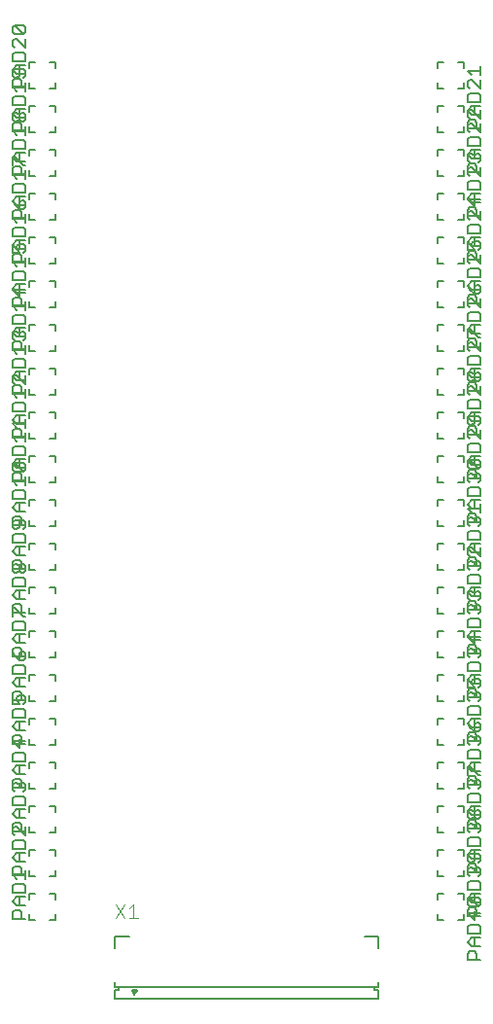
<source format=gtl>
G75*
G70*
%OFA0B0*%
%FSLAX24Y24*%
%IPPOS*%
%LPD*%
%AMOC8*
5,1,8,0,0,1.08239X$1,22.5*
%
%ADD10C,0.0080*%
%ADD11C,0.0040*%
%ADD12C,0.0060*%
%ADD13C,0.0050*%
D10*
X004092Y000458D02*
X013108Y000458D01*
X013108Y000734D01*
X012990Y000734D01*
X012990Y000852D01*
X004210Y000852D01*
X004210Y000734D01*
X004092Y000734D01*
X004092Y000458D01*
X004092Y000852D02*
X004092Y001009D01*
X004092Y000852D02*
X004210Y000852D01*
X004683Y000734D02*
X004761Y000576D01*
X004840Y000734D01*
X004683Y000734D01*
X004692Y000716D02*
X004831Y000716D01*
X004792Y000637D02*
X004731Y000637D01*
X004092Y002191D02*
X004092Y002584D01*
X004565Y002584D01*
X012635Y002584D02*
X013108Y002584D01*
X013108Y002191D01*
X013108Y001009D02*
X013108Y000852D01*
X012990Y000852D01*
D11*
X004880Y003232D02*
X004573Y003232D01*
X004420Y003232D02*
X004113Y003693D01*
X004420Y003693D02*
X004113Y003232D01*
X004573Y003539D02*
X004727Y003693D01*
X004727Y003232D01*
D12*
X002050Y003150D02*
X002050Y003350D01*
X002050Y003150D02*
X001850Y003150D01*
X002050Y003850D02*
X002050Y004050D01*
X001850Y004050D01*
X001850Y004650D02*
X002050Y004650D01*
X002050Y004850D01*
X002050Y005350D02*
X002050Y005550D01*
X001850Y005550D01*
X001850Y006150D02*
X002050Y006150D01*
X002050Y006350D01*
X002050Y006850D02*
X002050Y007050D01*
X001850Y007050D01*
X001850Y007650D02*
X002050Y007650D01*
X002050Y007850D01*
X002050Y008350D02*
X002050Y008550D01*
X001850Y008550D01*
X001850Y009150D02*
X002050Y009150D01*
X002050Y009350D01*
X002050Y009850D02*
X002050Y010050D01*
X001850Y010050D01*
X001850Y010650D02*
X002050Y010650D01*
X002050Y010850D01*
X002050Y011350D02*
X002050Y011550D01*
X001850Y011550D01*
X001850Y012150D02*
X002050Y012150D01*
X002050Y012350D01*
X002050Y012850D02*
X002050Y013050D01*
X001850Y013050D01*
X001850Y013650D02*
X002050Y013650D01*
X002050Y013850D01*
X002050Y014350D02*
X002050Y014550D01*
X001850Y014550D01*
X001850Y015150D02*
X002050Y015150D01*
X002050Y015350D01*
X002050Y015850D02*
X002050Y016050D01*
X001850Y016050D01*
X001850Y016650D02*
X002050Y016650D01*
X002050Y016850D01*
X002050Y017350D02*
X002050Y017550D01*
X001850Y017550D01*
X001850Y018150D02*
X002050Y018150D01*
X002050Y018350D01*
X002050Y018850D02*
X002050Y019050D01*
X001850Y019050D01*
X001850Y019650D02*
X002050Y019650D01*
X002050Y019850D01*
X002050Y020350D02*
X002050Y020550D01*
X001850Y020550D01*
X001850Y021150D02*
X002050Y021150D01*
X002050Y021350D01*
X002050Y021850D02*
X002050Y022050D01*
X001850Y022050D01*
X001850Y022650D02*
X002050Y022650D01*
X002050Y022850D01*
X002050Y023350D02*
X002050Y023550D01*
X001850Y023550D01*
X001850Y024150D02*
X002050Y024150D01*
X002050Y024350D01*
X002050Y024850D02*
X002050Y025050D01*
X001850Y025050D01*
X001850Y025650D02*
X002050Y025650D01*
X002050Y025850D01*
X002050Y026350D02*
X002050Y026550D01*
X001850Y026550D01*
X001850Y027150D02*
X002050Y027150D01*
X002050Y027350D01*
X002050Y027850D02*
X002050Y028050D01*
X001850Y028050D01*
X001850Y028650D02*
X002050Y028650D01*
X002050Y028850D01*
X002050Y029350D02*
X002050Y029550D01*
X001850Y029550D01*
X001850Y030150D02*
X002050Y030150D01*
X002050Y030350D01*
X002050Y030850D02*
X002050Y031050D01*
X001850Y031050D01*
X001850Y031650D02*
X002050Y031650D01*
X002050Y031850D01*
X002050Y032350D02*
X002050Y032550D01*
X001850Y032550D01*
X001350Y032550D02*
X001150Y032550D01*
X001150Y032350D01*
X001150Y031850D02*
X001150Y031650D01*
X001350Y031650D01*
X001350Y031050D02*
X001150Y031050D01*
X001150Y030850D01*
X001150Y030350D02*
X001150Y030150D01*
X001350Y030150D01*
X001350Y029550D02*
X001150Y029550D01*
X001150Y029350D01*
X001150Y028850D02*
X001150Y028650D01*
X001350Y028650D01*
X001350Y028050D02*
X001150Y028050D01*
X001150Y027850D01*
X001150Y027350D02*
X001150Y027150D01*
X001350Y027150D01*
X001350Y026550D02*
X001150Y026550D01*
X001150Y026350D01*
X001150Y025850D02*
X001150Y025650D01*
X001350Y025650D01*
X001350Y025050D02*
X001150Y025050D01*
X001150Y024850D01*
X001150Y024350D02*
X001150Y024150D01*
X001350Y024150D01*
X001350Y023550D02*
X001150Y023550D01*
X001150Y023350D01*
X001150Y022850D02*
X001150Y022650D01*
X001350Y022650D01*
X001350Y022050D02*
X001150Y022050D01*
X001150Y021850D01*
X001150Y021350D02*
X001150Y021150D01*
X001350Y021150D01*
X001350Y020550D02*
X001150Y020550D01*
X001150Y020350D01*
X001150Y019850D02*
X001150Y019650D01*
X001350Y019650D01*
X001350Y019050D02*
X001150Y019050D01*
X001150Y018850D01*
X001150Y018350D02*
X001150Y018150D01*
X001350Y018150D01*
X001350Y017550D02*
X001150Y017550D01*
X001150Y017350D01*
X001150Y016850D02*
X001150Y016650D01*
X001350Y016650D01*
X001350Y016050D02*
X001150Y016050D01*
X001150Y015850D01*
X001150Y015350D02*
X001150Y015150D01*
X001350Y015150D01*
X001350Y014550D02*
X001150Y014550D01*
X001150Y014350D01*
X001150Y013850D02*
X001150Y013650D01*
X001350Y013650D01*
X001350Y013050D02*
X001150Y013050D01*
X001150Y012850D01*
X001150Y012350D02*
X001150Y012150D01*
X001350Y012150D01*
X001350Y011550D02*
X001150Y011550D01*
X001150Y011350D01*
X001150Y010850D02*
X001150Y010650D01*
X001350Y010650D01*
X001350Y010050D02*
X001150Y010050D01*
X001150Y009850D01*
X001150Y009350D02*
X001150Y009150D01*
X001350Y009150D01*
X001350Y008550D02*
X001150Y008550D01*
X001150Y008350D01*
X001150Y007850D02*
X001150Y007650D01*
X001350Y007650D01*
X001350Y007050D02*
X001150Y007050D01*
X001150Y006850D01*
X001150Y006350D02*
X001150Y006150D01*
X001350Y006150D01*
X001350Y005550D02*
X001150Y005550D01*
X001150Y005350D01*
X001150Y004850D02*
X001150Y004650D01*
X001350Y004650D01*
X001350Y004050D02*
X001150Y004050D01*
X001150Y003850D01*
X001150Y003350D02*
X001150Y003150D01*
X001350Y003150D01*
X015150Y003150D02*
X015150Y003350D01*
X015150Y003150D02*
X015350Y003150D01*
X015150Y003850D02*
X015150Y004050D01*
X015350Y004050D01*
X015350Y004650D02*
X015150Y004650D01*
X015150Y004850D01*
X015150Y005350D02*
X015150Y005550D01*
X015350Y005550D01*
X015350Y006150D02*
X015150Y006150D01*
X015150Y006350D01*
X015150Y006850D02*
X015150Y007050D01*
X015350Y007050D01*
X015350Y007650D02*
X015150Y007650D01*
X015150Y007850D01*
X015150Y008350D02*
X015150Y008550D01*
X015350Y008550D01*
X015350Y009150D02*
X015150Y009150D01*
X015150Y009350D01*
X015150Y009850D02*
X015150Y010050D01*
X015350Y010050D01*
X015350Y010650D02*
X015150Y010650D01*
X015150Y010850D01*
X015150Y011350D02*
X015150Y011550D01*
X015350Y011550D01*
X015350Y012150D02*
X015150Y012150D01*
X015150Y012350D01*
X015150Y012850D02*
X015150Y013050D01*
X015350Y013050D01*
X015350Y013650D02*
X015150Y013650D01*
X015150Y013850D01*
X015150Y014350D02*
X015150Y014550D01*
X015350Y014550D01*
X015350Y015150D02*
X015150Y015150D01*
X015150Y015350D01*
X015150Y015850D02*
X015150Y016050D01*
X015350Y016050D01*
X015350Y016650D02*
X015150Y016650D01*
X015150Y016850D01*
X015150Y017350D02*
X015150Y017550D01*
X015350Y017550D01*
X015350Y018150D02*
X015150Y018150D01*
X015150Y018350D01*
X015150Y018850D02*
X015150Y019050D01*
X015350Y019050D01*
X015350Y019650D02*
X015150Y019650D01*
X015150Y019850D01*
X015150Y020350D02*
X015150Y020550D01*
X015350Y020550D01*
X015350Y021150D02*
X015150Y021150D01*
X015150Y021350D01*
X015150Y021850D02*
X015150Y022050D01*
X015350Y022050D01*
X015350Y022650D02*
X015150Y022650D01*
X015150Y022850D01*
X015150Y023350D02*
X015150Y023550D01*
X015350Y023550D01*
X015350Y024150D02*
X015150Y024150D01*
X015150Y024350D01*
X015150Y024850D02*
X015150Y025050D01*
X015350Y025050D01*
X015350Y025650D02*
X015150Y025650D01*
X015150Y025850D01*
X015150Y026350D02*
X015150Y026550D01*
X015350Y026550D01*
X015350Y027150D02*
X015150Y027150D01*
X015150Y027350D01*
X015150Y027850D02*
X015150Y028050D01*
X015350Y028050D01*
X015350Y028650D02*
X015150Y028650D01*
X015150Y028850D01*
X015150Y029350D02*
X015150Y029550D01*
X015350Y029550D01*
X015350Y030150D02*
X015150Y030150D01*
X015150Y030350D01*
X015150Y030850D02*
X015150Y031050D01*
X015350Y031050D01*
X015350Y031650D02*
X015150Y031650D01*
X015150Y031850D01*
X015150Y032350D02*
X015150Y032550D01*
X015350Y032550D01*
X015850Y032550D02*
X016050Y032550D01*
X016050Y032350D01*
X016050Y031850D02*
X016050Y031650D01*
X015850Y031650D01*
X015850Y031050D02*
X016050Y031050D01*
X016050Y030850D01*
X016050Y030350D02*
X016050Y030150D01*
X015850Y030150D01*
X015850Y029550D02*
X016050Y029550D01*
X016050Y029350D01*
X016050Y028850D02*
X016050Y028650D01*
X015850Y028650D01*
X015850Y028050D02*
X016050Y028050D01*
X016050Y027850D01*
X016050Y027350D02*
X016050Y027150D01*
X015850Y027150D01*
X015850Y026550D02*
X016050Y026550D01*
X016050Y026350D01*
X016050Y025850D02*
X016050Y025650D01*
X015850Y025650D01*
X015850Y025050D02*
X016050Y025050D01*
X016050Y024850D01*
X016050Y024350D02*
X016050Y024150D01*
X015850Y024150D01*
X015850Y023550D02*
X016050Y023550D01*
X016050Y023350D01*
X016050Y022850D02*
X016050Y022650D01*
X015850Y022650D01*
X015850Y022050D02*
X016050Y022050D01*
X016050Y021850D01*
X016050Y021350D02*
X016050Y021150D01*
X015850Y021150D01*
X015850Y020550D02*
X016050Y020550D01*
X016050Y020350D01*
X016050Y019850D02*
X016050Y019650D01*
X015850Y019650D01*
X015850Y019050D02*
X016050Y019050D01*
X016050Y018850D01*
X016050Y018350D02*
X016050Y018150D01*
X015850Y018150D01*
X015850Y017550D02*
X016050Y017550D01*
X016050Y017350D01*
X016050Y016850D02*
X016050Y016650D01*
X015850Y016650D01*
X015850Y016050D02*
X016050Y016050D01*
X016050Y015850D01*
X016050Y015350D02*
X016050Y015150D01*
X015850Y015150D01*
X015850Y014550D02*
X016050Y014550D01*
X016050Y014350D01*
X016050Y013850D02*
X016050Y013650D01*
X015850Y013650D01*
X015850Y013050D02*
X016050Y013050D01*
X016050Y012850D01*
X016050Y012350D02*
X016050Y012150D01*
X015850Y012150D01*
X015850Y011550D02*
X016050Y011550D01*
X016050Y011350D01*
X016050Y010850D02*
X016050Y010650D01*
X015850Y010650D01*
X015850Y010050D02*
X016050Y010050D01*
X016050Y009850D01*
X016050Y009350D02*
X016050Y009150D01*
X015850Y009150D01*
X015850Y008550D02*
X016050Y008550D01*
X016050Y008350D01*
X016050Y007850D02*
X016050Y007650D01*
X015850Y007650D01*
X015850Y007050D02*
X016050Y007050D01*
X016050Y006850D01*
X016050Y006350D02*
X016050Y006150D01*
X015850Y006150D01*
X015850Y005550D02*
X016050Y005550D01*
X016050Y005350D01*
X016050Y004850D02*
X016050Y004650D01*
X015850Y004650D01*
X015850Y004050D02*
X016050Y004050D01*
X016050Y003850D01*
X016050Y003350D02*
X016050Y003150D01*
X015850Y003150D01*
D13*
X000575Y003175D02*
X000575Y003400D01*
X000650Y003475D01*
X000800Y003475D01*
X000875Y003400D01*
X000875Y003175D01*
X001025Y003175D02*
X000575Y003175D01*
X000725Y003635D02*
X000575Y003786D01*
X000725Y003936D01*
X001025Y003936D01*
X001025Y004096D02*
X001025Y004321D01*
X000950Y004396D01*
X000650Y004396D01*
X000575Y004321D01*
X000575Y004096D01*
X001025Y004096D01*
X001025Y003635D02*
X000725Y003635D01*
X000800Y003635D02*
X000800Y003936D01*
X000725Y004556D02*
X000575Y004706D01*
X001025Y004706D01*
X001025Y004675D02*
X000575Y004675D01*
X000575Y004900D01*
X000650Y004975D01*
X000800Y004975D01*
X000875Y004900D01*
X000875Y004675D01*
X001025Y004556D02*
X001025Y004856D01*
X001025Y005135D02*
X000725Y005135D01*
X000575Y005286D01*
X000725Y005436D01*
X001025Y005436D01*
X001025Y005596D02*
X001025Y005821D01*
X000950Y005896D01*
X000650Y005896D01*
X000575Y005821D01*
X000575Y005596D01*
X001025Y005596D01*
X001025Y006056D02*
X000725Y006356D01*
X000650Y006356D01*
X000575Y006281D01*
X000575Y006131D01*
X000650Y006056D01*
X000575Y006175D02*
X000575Y006400D01*
X000650Y006475D01*
X000800Y006475D01*
X000875Y006400D01*
X000875Y006175D01*
X001025Y006175D02*
X000575Y006175D01*
X000725Y006635D02*
X000575Y006786D01*
X000725Y006936D01*
X001025Y006936D01*
X001025Y007096D02*
X001025Y007321D01*
X000950Y007396D01*
X000650Y007396D01*
X000575Y007321D01*
X000575Y007096D01*
X001025Y007096D01*
X001025Y006635D02*
X000725Y006635D01*
X000800Y006635D02*
X000800Y006936D01*
X001025Y006356D02*
X001025Y006056D01*
X000800Y005436D02*
X000800Y005135D01*
X000950Y007556D02*
X001025Y007631D01*
X001025Y007781D01*
X000950Y007856D01*
X000875Y007856D01*
X000800Y007781D01*
X000800Y007706D01*
X000800Y007781D02*
X000725Y007856D01*
X000650Y007856D01*
X000575Y007781D01*
X000575Y007631D01*
X000650Y007556D01*
X000575Y007675D02*
X000575Y007900D01*
X000650Y007975D01*
X000800Y007975D01*
X000875Y007900D01*
X000875Y007675D01*
X001025Y007675D02*
X000575Y007675D01*
X000725Y008135D02*
X000575Y008286D01*
X000725Y008436D01*
X001025Y008436D01*
X001025Y008596D02*
X001025Y008821D01*
X000950Y008896D01*
X000650Y008896D01*
X000575Y008821D01*
X000575Y008596D01*
X001025Y008596D01*
X001025Y009175D02*
X000575Y009175D01*
X000575Y009400D01*
X000650Y009475D01*
X000800Y009475D01*
X000875Y009400D01*
X000875Y009175D01*
X000800Y009056D02*
X000800Y009356D01*
X001025Y009281D02*
X000575Y009281D01*
X000800Y009056D01*
X000800Y009635D02*
X000800Y009936D01*
X000725Y009936D02*
X001025Y009936D01*
X001025Y010096D02*
X001025Y010321D01*
X000950Y010396D01*
X000650Y010396D01*
X000575Y010321D01*
X000575Y010096D01*
X001025Y010096D01*
X001025Y009635D02*
X000725Y009635D01*
X000575Y009786D01*
X000725Y009936D01*
X000800Y010556D02*
X000575Y010556D01*
X000575Y010856D01*
X000575Y010900D02*
X000650Y010975D01*
X000800Y010975D01*
X000875Y010900D01*
X000875Y010675D01*
X000950Y010556D02*
X001025Y010631D01*
X001025Y010781D01*
X000950Y010856D01*
X000800Y010856D01*
X000725Y010781D01*
X000725Y010706D01*
X000800Y010556D01*
X001025Y010675D02*
X000575Y010675D01*
X000575Y010900D01*
X000725Y011135D02*
X000575Y011286D01*
X000725Y011436D01*
X001025Y011436D01*
X001025Y011596D02*
X001025Y011821D01*
X000950Y011896D01*
X000650Y011896D01*
X000575Y011821D01*
X000575Y011596D01*
X001025Y011596D01*
X001025Y011135D02*
X000725Y011135D01*
X000800Y011135D02*
X000800Y011436D01*
X000800Y012056D02*
X000650Y012206D01*
X000575Y012356D01*
X000575Y012400D02*
X000650Y012475D01*
X000800Y012475D01*
X000875Y012400D01*
X000875Y012175D01*
X000800Y012281D02*
X000875Y012356D01*
X000950Y012356D01*
X001025Y012281D01*
X001025Y012131D01*
X000950Y012056D01*
X000800Y012056D01*
X000800Y012281D01*
X001025Y012175D02*
X000575Y012175D01*
X000575Y012400D01*
X000725Y012635D02*
X000575Y012786D01*
X000725Y012936D01*
X001025Y012936D01*
X001025Y013096D02*
X001025Y013321D01*
X000950Y013396D01*
X000650Y013396D01*
X000575Y013321D01*
X000575Y013096D01*
X001025Y013096D01*
X001025Y013556D02*
X000950Y013556D01*
X000650Y013856D01*
X000575Y013856D01*
X000575Y013556D01*
X000575Y013675D02*
X000575Y013900D01*
X000650Y013975D01*
X000800Y013975D01*
X000875Y013900D01*
X000875Y013675D01*
X001025Y013675D02*
X000575Y013675D01*
X000725Y014135D02*
X000575Y014286D01*
X000725Y014436D01*
X001025Y014436D01*
X001025Y014596D02*
X001025Y014821D01*
X000950Y014896D01*
X000650Y014896D01*
X000575Y014821D01*
X000575Y014596D01*
X001025Y014596D01*
X001025Y014135D02*
X000725Y014135D01*
X000800Y014135D02*
X000800Y014436D01*
X000875Y015056D02*
X000800Y015131D01*
X000800Y015281D01*
X000875Y015356D01*
X000950Y015356D01*
X001025Y015281D01*
X001025Y015131D01*
X000950Y015056D01*
X000875Y015056D01*
X000800Y015131D02*
X000725Y015056D01*
X000650Y015056D01*
X000575Y015131D01*
X000575Y015281D01*
X000650Y015356D01*
X000725Y015356D01*
X000800Y015281D01*
X000875Y015175D02*
X000875Y015400D01*
X000800Y015475D01*
X000650Y015475D01*
X000575Y015400D01*
X000575Y015175D01*
X001025Y015175D01*
X001025Y015635D02*
X000725Y015635D01*
X000575Y015786D01*
X000725Y015936D01*
X001025Y015936D01*
X001025Y016096D02*
X001025Y016321D01*
X000950Y016396D01*
X000650Y016396D01*
X000575Y016321D01*
X000575Y016096D01*
X001025Y016096D01*
X000800Y015936D02*
X000800Y015635D01*
X000725Y016556D02*
X000650Y016556D01*
X000575Y016631D01*
X000575Y016781D01*
X000650Y016856D01*
X000950Y016856D01*
X001025Y016781D01*
X001025Y016631D01*
X000950Y016556D01*
X001025Y016675D02*
X000575Y016675D01*
X000575Y016900D01*
X000650Y016975D01*
X000800Y016975D01*
X000875Y016900D01*
X000875Y016675D01*
X000800Y016631D02*
X000800Y016856D01*
X000800Y016631D02*
X000725Y016556D01*
X000725Y017135D02*
X000575Y017286D01*
X000725Y017436D01*
X001025Y017436D01*
X001025Y017596D02*
X001025Y017821D01*
X000950Y017896D01*
X000650Y017896D01*
X000575Y017821D01*
X000575Y017596D01*
X001025Y017596D01*
X001025Y018056D02*
X001025Y018356D01*
X001025Y018206D02*
X000575Y018206D01*
X000725Y018056D01*
X000875Y018175D02*
X000875Y018400D01*
X000800Y018475D01*
X000650Y018475D01*
X000575Y018400D01*
X000575Y018175D01*
X001025Y018175D01*
X000950Y018517D02*
X000650Y018817D01*
X000950Y018817D01*
X001025Y018742D01*
X001025Y018592D01*
X000950Y018517D01*
X000650Y018517D01*
X000575Y018592D01*
X000575Y018742D01*
X000650Y018817D01*
X000575Y018786D02*
X000725Y018936D01*
X001025Y018936D01*
X001025Y019096D02*
X001025Y019321D01*
X000950Y019396D01*
X000650Y019396D01*
X000575Y019321D01*
X000575Y019096D01*
X001025Y019096D01*
X001025Y018635D02*
X000725Y018635D01*
X000575Y018786D01*
X000800Y018635D02*
X000800Y018936D01*
X000725Y019556D02*
X000575Y019706D01*
X001025Y019706D01*
X001025Y019675D02*
X000575Y019675D01*
X000575Y019900D01*
X000650Y019975D01*
X000800Y019975D01*
X000875Y019900D01*
X000875Y019675D01*
X001025Y019556D02*
X001025Y019856D01*
X001025Y020017D02*
X001025Y020317D01*
X001025Y020436D02*
X000725Y020436D01*
X000575Y020286D01*
X000725Y020135D01*
X001025Y020135D01*
X001025Y020167D02*
X000575Y020167D01*
X000725Y020017D01*
X000800Y020135D02*
X000800Y020436D01*
X000575Y020596D02*
X001025Y020596D01*
X001025Y020821D01*
X000950Y020896D01*
X000650Y020896D01*
X000575Y020821D01*
X000575Y020596D01*
X000725Y021056D02*
X000575Y021206D01*
X001025Y021206D01*
X001025Y021175D02*
X000575Y021175D01*
X000575Y021400D01*
X000650Y021475D01*
X000800Y021475D01*
X000875Y021400D01*
X000875Y021175D01*
X001025Y021056D02*
X001025Y021356D01*
X001025Y021517D02*
X000725Y021817D01*
X000650Y021817D01*
X000575Y021742D01*
X000575Y021592D01*
X000650Y021517D01*
X000725Y021635D02*
X000575Y021786D01*
X000725Y021936D01*
X001025Y021936D01*
X001025Y021817D02*
X001025Y021517D01*
X001025Y021635D02*
X000725Y021635D01*
X000800Y021635D02*
X000800Y021936D01*
X000575Y022096D02*
X001025Y022096D01*
X001025Y022321D01*
X000950Y022396D01*
X000650Y022396D01*
X000575Y022321D01*
X000575Y022096D01*
X000725Y022556D02*
X000575Y022706D01*
X001025Y022706D01*
X001025Y022675D02*
X000575Y022675D01*
X000575Y022900D01*
X000650Y022975D01*
X000800Y022975D01*
X000875Y022900D01*
X000875Y022675D01*
X001025Y022556D02*
X001025Y022856D01*
X000950Y023017D02*
X001025Y023092D01*
X001025Y023242D01*
X000950Y023317D01*
X000875Y023317D01*
X000800Y023242D01*
X000800Y023167D01*
X000800Y023135D02*
X000800Y023436D01*
X000725Y023436D02*
X001025Y023436D01*
X001025Y023596D02*
X001025Y023821D01*
X000950Y023896D01*
X000650Y023896D01*
X000575Y023821D01*
X000575Y023596D01*
X001025Y023596D01*
X001025Y023135D02*
X000725Y023135D01*
X000575Y023286D01*
X000725Y023436D01*
X000725Y023317D02*
X000800Y023242D01*
X000725Y023317D02*
X000650Y023317D01*
X000575Y023242D01*
X000575Y023092D01*
X000650Y023017D01*
X000725Y024056D02*
X000575Y024206D01*
X001025Y024206D01*
X001025Y024175D02*
X000575Y024175D01*
X000575Y024400D01*
X000650Y024475D01*
X000800Y024475D01*
X000875Y024400D01*
X000875Y024175D01*
X001025Y024056D02*
X001025Y024356D01*
X001025Y024635D02*
X000725Y024635D01*
X000575Y024786D01*
X000725Y024936D01*
X001025Y024936D01*
X001025Y025096D02*
X001025Y025321D01*
X000950Y025396D01*
X000650Y025396D01*
X000575Y025321D01*
X000575Y025096D01*
X001025Y025096D01*
X001025Y024742D02*
X000575Y024742D01*
X000800Y024517D01*
X000800Y024817D01*
X000800Y024936D02*
X000800Y024635D01*
X000725Y025556D02*
X000575Y025706D01*
X001025Y025706D01*
X001025Y025675D02*
X000575Y025675D01*
X000575Y025900D01*
X000650Y025975D01*
X000800Y025975D01*
X000875Y025900D01*
X000875Y025675D01*
X001025Y025556D02*
X001025Y025856D01*
X000950Y026017D02*
X001025Y026092D01*
X001025Y026242D01*
X000950Y026317D01*
X000800Y026317D01*
X000725Y026242D01*
X000725Y026167D01*
X000800Y026017D01*
X000575Y026017D01*
X000575Y026317D01*
X000575Y026286D02*
X000725Y026436D01*
X001025Y026436D01*
X001025Y026596D02*
X001025Y026821D01*
X000950Y026896D01*
X000650Y026896D01*
X000575Y026821D01*
X000575Y026596D01*
X001025Y026596D01*
X001025Y027056D02*
X001025Y027356D01*
X001025Y027206D02*
X000575Y027206D01*
X000725Y027056D01*
X000875Y027175D02*
X000875Y027400D01*
X000800Y027475D01*
X000650Y027475D01*
X000575Y027400D01*
X000575Y027175D01*
X001025Y027175D01*
X000950Y027517D02*
X001025Y027592D01*
X001025Y027742D01*
X000950Y027817D01*
X000875Y027817D01*
X000800Y027742D01*
X000800Y027517D01*
X000950Y027517D01*
X001025Y027635D02*
X000725Y027635D01*
X000575Y027786D01*
X000725Y027936D01*
X001025Y027936D01*
X001025Y028096D02*
X001025Y028321D01*
X000950Y028396D01*
X000650Y028396D01*
X000575Y028321D01*
X000575Y028096D01*
X001025Y028096D01*
X001025Y028556D02*
X001025Y028856D01*
X001025Y028706D02*
X000575Y028706D01*
X000725Y028556D01*
X000875Y028675D02*
X000875Y028900D01*
X000800Y028975D01*
X000650Y028975D01*
X000575Y028900D01*
X000575Y028675D01*
X001025Y028675D01*
X001025Y029017D02*
X000950Y029017D01*
X000650Y029317D01*
X000575Y029317D01*
X000575Y029017D01*
X000725Y029135D02*
X000575Y029286D01*
X000725Y029436D01*
X001025Y029436D01*
X001025Y029596D02*
X001025Y029821D01*
X000950Y029896D01*
X000650Y029896D01*
X000575Y029821D01*
X000575Y029596D01*
X001025Y029596D01*
X001025Y030056D02*
X001025Y030356D01*
X001025Y030206D02*
X000575Y030206D01*
X000725Y030056D01*
X000875Y030175D02*
X000875Y030400D01*
X000800Y030475D01*
X000650Y030475D01*
X000575Y030400D01*
X000575Y030175D01*
X001025Y030175D01*
X000950Y030517D02*
X000875Y030517D01*
X000800Y030592D01*
X000800Y030742D01*
X000875Y030817D01*
X000950Y030817D01*
X001025Y030742D01*
X001025Y030592D01*
X000950Y030517D01*
X001025Y030635D02*
X000725Y030635D01*
X000575Y030786D01*
X000725Y030936D01*
X001025Y030936D01*
X001025Y031096D02*
X001025Y031321D01*
X000950Y031396D01*
X000650Y031396D01*
X000575Y031321D01*
X000575Y031096D01*
X001025Y031096D01*
X000800Y030936D02*
X000800Y030635D01*
X000800Y030592D02*
X000725Y030517D01*
X000650Y030517D01*
X000575Y030592D01*
X000575Y030742D01*
X000650Y030817D01*
X000725Y030817D01*
X000800Y030742D01*
X000725Y031556D02*
X000575Y031706D01*
X001025Y031706D01*
X001025Y031675D02*
X000575Y031675D01*
X000575Y031900D01*
X000650Y031975D01*
X000800Y031975D01*
X000875Y031900D01*
X000875Y031675D01*
X001025Y031556D02*
X001025Y031856D01*
X000950Y032017D02*
X001025Y032092D01*
X001025Y032242D01*
X000950Y032317D01*
X000650Y032317D01*
X000575Y032242D01*
X000575Y032092D01*
X000650Y032017D01*
X000725Y032017D01*
X000800Y032092D01*
X000800Y032317D01*
X000800Y032436D02*
X000800Y032135D01*
X000725Y032135D02*
X000575Y032286D01*
X000725Y032436D01*
X001025Y032436D01*
X001025Y032596D02*
X001025Y032821D01*
X000950Y032896D01*
X000650Y032896D01*
X000575Y032821D01*
X000575Y032596D01*
X001025Y032596D01*
X001025Y033056D02*
X000725Y033356D01*
X000650Y033356D01*
X000575Y033281D01*
X000575Y033131D01*
X000650Y033056D01*
X000650Y033517D02*
X000575Y033592D01*
X000575Y033742D01*
X000650Y033817D01*
X000950Y033517D01*
X001025Y033592D01*
X001025Y033742D01*
X000950Y033817D01*
X000650Y033817D01*
X000650Y033517D02*
X000950Y033517D01*
X001025Y033356D02*
X001025Y033056D01*
X001025Y032135D02*
X000725Y032135D01*
X000800Y029436D02*
X000800Y029135D01*
X000725Y029135D02*
X001025Y029135D01*
X000800Y027936D02*
X000800Y027635D01*
X000800Y027517D02*
X000650Y027667D01*
X000575Y027817D01*
X000800Y026436D02*
X000800Y026135D01*
X000725Y026135D02*
X000575Y026286D01*
X000725Y026135D02*
X001025Y026135D01*
X000800Y017436D02*
X000800Y017135D01*
X000725Y017135D02*
X001025Y017135D01*
X000800Y012936D02*
X000800Y012635D01*
X000725Y012635D02*
X001025Y012635D01*
X000800Y008436D02*
X000800Y008135D01*
X000725Y008135D02*
X001025Y008135D01*
X016175Y008115D02*
X016175Y008415D01*
X016250Y008415D01*
X016550Y008115D01*
X016625Y008115D01*
X016625Y008233D02*
X016325Y008233D01*
X016175Y008384D01*
X016325Y008534D01*
X016625Y008534D01*
X016625Y008694D02*
X016625Y008919D01*
X016550Y008994D01*
X016250Y008994D01*
X016175Y008919D01*
X016175Y008694D01*
X016625Y008694D01*
X016400Y008534D02*
X016400Y008233D01*
X016400Y008073D02*
X016250Y008073D01*
X016175Y007998D01*
X016175Y007773D01*
X016625Y007773D01*
X016625Y007729D02*
X016550Y007654D01*
X016625Y007729D02*
X016625Y007879D01*
X016550Y007954D01*
X016475Y007954D01*
X016400Y007879D01*
X016400Y007804D01*
X016400Y007879D02*
X016325Y007954D01*
X016250Y007954D01*
X016175Y007879D01*
X016175Y007729D01*
X016250Y007654D01*
X016250Y007494D02*
X016175Y007419D01*
X016175Y007194D01*
X016625Y007194D01*
X016625Y007419D01*
X016550Y007494D01*
X016250Y007494D01*
X016475Y007773D02*
X016475Y007998D01*
X016400Y008073D01*
X016400Y007034D02*
X016400Y006733D01*
X016400Y006690D02*
X016400Y006840D01*
X016475Y006915D01*
X016550Y006915D01*
X016625Y006840D01*
X016625Y006690D01*
X016550Y006615D01*
X016475Y006615D01*
X016400Y006690D01*
X016325Y006615D01*
X016250Y006615D01*
X016175Y006690D01*
X016175Y006840D01*
X016250Y006915D01*
X016325Y006915D01*
X016400Y006840D01*
X016325Y006733D02*
X016175Y006884D01*
X016325Y007034D01*
X016625Y007034D01*
X016625Y006733D02*
X016325Y006733D01*
X016250Y006573D02*
X016400Y006573D01*
X016475Y006498D01*
X016475Y006273D01*
X016400Y006304D02*
X016400Y006379D01*
X016475Y006454D01*
X016550Y006454D01*
X016625Y006379D01*
X016625Y006229D01*
X016550Y006154D01*
X016625Y006273D02*
X016175Y006273D01*
X016175Y006498D01*
X016250Y006573D01*
X016250Y006454D02*
X016175Y006379D01*
X016175Y006229D01*
X016250Y006154D01*
X016250Y005994D02*
X016175Y005919D01*
X016175Y005694D01*
X016625Y005694D01*
X016625Y005919D01*
X016550Y005994D01*
X016250Y005994D01*
X016400Y006379D02*
X016325Y006454D01*
X016250Y006454D01*
X016325Y005534D02*
X016625Y005534D01*
X016550Y005415D02*
X016250Y005415D01*
X016175Y005340D01*
X016175Y005190D01*
X016250Y005115D01*
X016325Y005115D01*
X016400Y005190D01*
X016400Y005415D01*
X016400Y005534D02*
X016400Y005233D01*
X016325Y005233D02*
X016175Y005384D01*
X016325Y005534D01*
X016550Y005415D02*
X016625Y005340D01*
X016625Y005190D01*
X016550Y005115D01*
X016475Y004998D02*
X016475Y004773D01*
X016400Y004804D02*
X016400Y004879D01*
X016475Y004954D01*
X016550Y004954D01*
X016625Y004879D01*
X016625Y004729D01*
X016550Y004654D01*
X016625Y004773D02*
X016175Y004773D01*
X016175Y004998D01*
X016250Y005073D01*
X016400Y005073D01*
X016475Y004998D01*
X016400Y004879D02*
X016325Y004954D01*
X016250Y004954D01*
X016175Y004879D01*
X016175Y004729D01*
X016250Y004654D01*
X016250Y004494D02*
X016175Y004419D01*
X016175Y004194D01*
X016625Y004194D01*
X016625Y004419D01*
X016550Y004494D01*
X016250Y004494D01*
X016325Y004034D02*
X016175Y003884D01*
X016325Y003733D01*
X016625Y003733D01*
X016625Y003690D02*
X016550Y003615D01*
X016250Y003915D01*
X016550Y003915D01*
X016625Y003840D01*
X016625Y003690D01*
X016550Y003615D02*
X016250Y003615D01*
X016175Y003690D01*
X016175Y003840D01*
X016250Y003915D01*
X016325Y004034D02*
X016625Y004034D01*
X016400Y004034D02*
X016400Y003733D01*
X016400Y003573D02*
X016475Y003498D01*
X016475Y003273D01*
X016400Y003154D02*
X016400Y003454D01*
X016400Y003573D02*
X016250Y003573D01*
X016175Y003498D01*
X016175Y003273D01*
X016625Y003273D01*
X016625Y003379D02*
X016175Y003379D01*
X016400Y003154D01*
X016550Y002994D02*
X016250Y002994D01*
X016175Y002919D01*
X016175Y002694D01*
X016625Y002694D01*
X016625Y002919D01*
X016550Y002994D01*
X016625Y002534D02*
X016325Y002534D01*
X016175Y002384D01*
X016325Y002233D01*
X016625Y002233D01*
X016400Y002233D02*
X016400Y002534D01*
X016400Y002073D02*
X016250Y002073D01*
X016175Y001998D01*
X016175Y001773D01*
X016625Y001773D01*
X016475Y001773D02*
X016475Y001998D01*
X016400Y002073D01*
X016325Y005233D02*
X016625Y005233D01*
X016550Y009154D02*
X016625Y009229D01*
X016625Y009379D01*
X016550Y009454D01*
X016475Y009454D01*
X016400Y009379D01*
X016400Y009304D01*
X016400Y009379D02*
X016325Y009454D01*
X016250Y009454D01*
X016175Y009379D01*
X016175Y009229D01*
X016250Y009154D01*
X016175Y009273D02*
X016175Y009498D01*
X016250Y009573D01*
X016400Y009573D01*
X016475Y009498D01*
X016475Y009273D01*
X016625Y009273D02*
X016175Y009273D01*
X016400Y009615D02*
X016250Y009765D01*
X016175Y009915D01*
X016175Y009884D02*
X016325Y010034D01*
X016625Y010034D01*
X016550Y009915D02*
X016475Y009915D01*
X016400Y009840D01*
X016400Y009615D01*
X016550Y009615D01*
X016625Y009690D01*
X016625Y009840D01*
X016550Y009915D01*
X016400Y010034D02*
X016400Y009733D01*
X016325Y009733D02*
X016175Y009884D01*
X016325Y009733D02*
X016625Y009733D01*
X016625Y010194D02*
X016625Y010419D01*
X016550Y010494D01*
X016250Y010494D01*
X016175Y010419D01*
X016175Y010194D01*
X016625Y010194D01*
X016550Y010654D02*
X016625Y010729D01*
X016625Y010879D01*
X016550Y010954D01*
X016475Y010954D01*
X016400Y010879D01*
X016400Y010804D01*
X016400Y010879D02*
X016325Y010954D01*
X016250Y010954D01*
X016175Y010879D01*
X016175Y010729D01*
X016250Y010654D01*
X016175Y010773D02*
X016175Y010998D01*
X016250Y011073D01*
X016400Y011073D01*
X016475Y010998D01*
X016475Y010773D01*
X016625Y010773D02*
X016175Y010773D01*
X016175Y011115D02*
X016400Y011115D01*
X016325Y011265D01*
X016325Y011340D01*
X016400Y011415D01*
X016550Y011415D01*
X016625Y011340D01*
X016625Y011190D01*
X016550Y011115D01*
X016625Y011233D02*
X016325Y011233D01*
X016175Y011384D01*
X016325Y011534D01*
X016625Y011534D01*
X016625Y011694D02*
X016625Y011919D01*
X016550Y011994D01*
X016250Y011994D01*
X016175Y011919D01*
X016175Y011694D01*
X016625Y011694D01*
X016400Y011534D02*
X016400Y011233D01*
X016175Y011115D02*
X016175Y011415D01*
X016250Y012154D02*
X016175Y012229D01*
X016175Y012379D01*
X016250Y012454D01*
X016325Y012454D01*
X016400Y012379D01*
X016475Y012454D01*
X016550Y012454D01*
X016625Y012379D01*
X016625Y012229D01*
X016550Y012154D01*
X016625Y012273D02*
X016175Y012273D01*
X016175Y012498D01*
X016250Y012573D01*
X016400Y012573D01*
X016475Y012498D01*
X016475Y012273D01*
X016400Y012304D02*
X016400Y012379D01*
X016400Y012615D02*
X016400Y012915D01*
X016400Y013034D02*
X016400Y012733D01*
X016325Y012733D02*
X016175Y012884D01*
X016325Y013034D01*
X016625Y013034D01*
X016625Y013194D02*
X016625Y013419D01*
X016550Y013494D01*
X016250Y013494D01*
X016175Y013419D01*
X016175Y013194D01*
X016625Y013194D01*
X016625Y012840D02*
X016175Y012840D01*
X016400Y012615D01*
X016325Y012733D02*
X016625Y012733D01*
X016550Y013654D02*
X016625Y013729D01*
X016625Y013879D01*
X016550Y013954D01*
X016475Y013954D01*
X016400Y013879D01*
X016400Y013804D01*
X016400Y013879D02*
X016325Y013954D01*
X016250Y013954D01*
X016175Y013879D01*
X016175Y013729D01*
X016250Y013654D01*
X016175Y013773D02*
X016175Y013998D01*
X016250Y014073D01*
X016400Y014073D01*
X016475Y013998D01*
X016475Y013773D01*
X016625Y013773D02*
X016175Y013773D01*
X016250Y014115D02*
X016175Y014190D01*
X016175Y014340D01*
X016250Y014415D01*
X016325Y014415D01*
X016400Y014340D01*
X016475Y014415D01*
X016550Y014415D01*
X016625Y014340D01*
X016625Y014190D01*
X016550Y014115D01*
X016625Y014233D02*
X016325Y014233D01*
X016175Y014384D01*
X016325Y014534D01*
X016625Y014534D01*
X016625Y014694D02*
X016625Y014919D01*
X016550Y014994D01*
X016250Y014994D01*
X016175Y014919D01*
X016175Y014694D01*
X016625Y014694D01*
X016400Y014534D02*
X016400Y014233D01*
X016400Y014265D02*
X016400Y014340D01*
X016550Y015154D02*
X016625Y015229D01*
X016625Y015379D01*
X016550Y015454D01*
X016475Y015454D01*
X016400Y015379D01*
X016400Y015304D01*
X016400Y015379D02*
X016325Y015454D01*
X016250Y015454D01*
X016175Y015379D01*
X016175Y015229D01*
X016250Y015154D01*
X016175Y015273D02*
X016175Y015498D01*
X016250Y015573D01*
X016400Y015573D01*
X016475Y015498D01*
X016475Y015273D01*
X016625Y015273D02*
X016175Y015273D01*
X016250Y015615D02*
X016175Y015690D01*
X016175Y015840D01*
X016250Y015915D01*
X016325Y015915D01*
X016625Y015615D01*
X016625Y015915D01*
X016625Y016034D02*
X016325Y016034D01*
X016175Y015884D01*
X016325Y015733D01*
X016625Y015733D01*
X016400Y015733D02*
X016400Y016034D01*
X016625Y016194D02*
X016625Y016419D01*
X016550Y016494D01*
X016250Y016494D01*
X016175Y016419D01*
X016175Y016194D01*
X016625Y016194D01*
X016550Y016654D02*
X016625Y016729D01*
X016625Y016879D01*
X016550Y016954D01*
X016475Y016954D01*
X016400Y016879D01*
X016400Y016804D01*
X016400Y016879D02*
X016325Y016954D01*
X016250Y016954D01*
X016175Y016879D01*
X016175Y016729D01*
X016250Y016654D01*
X016175Y016773D02*
X016175Y016998D01*
X016250Y017073D01*
X016400Y017073D01*
X016475Y016998D01*
X016475Y016773D01*
X016625Y016773D02*
X016175Y016773D01*
X016325Y017115D02*
X016175Y017265D01*
X016625Y017265D01*
X016625Y017233D02*
X016325Y017233D01*
X016175Y017384D01*
X016325Y017534D01*
X016625Y017534D01*
X016625Y017415D02*
X016625Y017115D01*
X016400Y017233D02*
X016400Y017534D01*
X016625Y017694D02*
X016625Y017919D01*
X016550Y017994D01*
X016250Y017994D01*
X016175Y017919D01*
X016175Y017694D01*
X016625Y017694D01*
X016550Y018154D02*
X016625Y018229D01*
X016625Y018379D01*
X016550Y018454D01*
X016475Y018454D01*
X016400Y018379D01*
X016400Y018304D01*
X016400Y018379D02*
X016325Y018454D01*
X016250Y018454D01*
X016175Y018379D01*
X016175Y018229D01*
X016250Y018154D01*
X016175Y018273D02*
X016175Y018498D01*
X016250Y018573D01*
X016400Y018573D01*
X016475Y018498D01*
X016475Y018273D01*
X016625Y018273D02*
X016175Y018273D01*
X016250Y018615D02*
X016175Y018690D01*
X016175Y018840D01*
X016250Y018915D01*
X016550Y018615D01*
X016625Y018690D01*
X016625Y018840D01*
X016550Y018915D01*
X016250Y018915D01*
X016175Y018884D02*
X016325Y019034D01*
X016625Y019034D01*
X016625Y019194D02*
X016625Y019419D01*
X016550Y019494D01*
X016250Y019494D01*
X016175Y019419D01*
X016175Y019194D01*
X016625Y019194D01*
X016400Y019034D02*
X016400Y018733D01*
X016325Y018733D02*
X016175Y018884D01*
X016325Y018733D02*
X016625Y018733D01*
X016550Y018615D02*
X016250Y018615D01*
X016250Y019654D02*
X016175Y019729D01*
X016175Y019879D01*
X016250Y019954D01*
X016325Y019954D01*
X016625Y019654D01*
X016625Y019954D01*
X016475Y019998D02*
X016475Y019773D01*
X016625Y019773D02*
X016175Y019773D01*
X016175Y019998D01*
X016250Y020073D01*
X016400Y020073D01*
X016475Y019998D01*
X016550Y020115D02*
X016625Y020190D01*
X016625Y020340D01*
X016550Y020415D01*
X016250Y020415D01*
X016175Y020340D01*
X016175Y020190D01*
X016250Y020115D01*
X016325Y020115D01*
X016400Y020190D01*
X016400Y020415D01*
X016400Y020534D02*
X016400Y020233D01*
X016325Y020233D02*
X016175Y020384D01*
X016325Y020534D01*
X016625Y020534D01*
X016625Y020694D02*
X016625Y020919D01*
X016550Y020994D01*
X016250Y020994D01*
X016175Y020919D01*
X016175Y020694D01*
X016625Y020694D01*
X016625Y021154D02*
X016325Y021454D01*
X016250Y021454D01*
X016175Y021379D01*
X016175Y021229D01*
X016250Y021154D01*
X016175Y021273D02*
X016175Y021498D01*
X016250Y021573D01*
X016400Y021573D01*
X016475Y021498D01*
X016475Y021273D01*
X016625Y021273D02*
X016175Y021273D01*
X016250Y021615D02*
X016175Y021690D01*
X016175Y021840D01*
X016250Y021915D01*
X016325Y021915D01*
X016400Y021840D01*
X016400Y021690D01*
X016325Y021615D01*
X016250Y021615D01*
X016325Y021733D02*
X016175Y021884D01*
X016325Y022034D01*
X016625Y022034D01*
X016550Y021915D02*
X016625Y021840D01*
X016625Y021690D01*
X016550Y021615D01*
X016475Y021615D01*
X016400Y021690D01*
X016400Y021733D02*
X016400Y022034D01*
X016475Y021915D02*
X016550Y021915D01*
X016475Y021915D02*
X016400Y021840D01*
X016325Y021733D02*
X016625Y021733D01*
X016625Y021454D02*
X016625Y021154D01*
X016625Y020233D02*
X016325Y020233D01*
X016175Y022194D02*
X016175Y022419D01*
X016250Y022494D01*
X016550Y022494D01*
X016625Y022419D01*
X016625Y022194D01*
X016175Y022194D01*
X016250Y022654D02*
X016175Y022729D01*
X016175Y022879D01*
X016250Y022954D01*
X016325Y022954D01*
X016625Y022654D01*
X016625Y022954D01*
X016475Y022998D02*
X016475Y022773D01*
X016625Y022773D02*
X016175Y022773D01*
X016175Y022998D01*
X016250Y023073D01*
X016400Y023073D01*
X016475Y022998D01*
X016550Y023115D02*
X016625Y023115D01*
X016550Y023115D02*
X016250Y023415D01*
X016175Y023415D01*
X016175Y023115D01*
X016325Y023233D02*
X016175Y023384D01*
X016325Y023534D01*
X016625Y023534D01*
X016625Y023694D02*
X016625Y023919D01*
X016550Y023994D01*
X016250Y023994D01*
X016175Y023919D01*
X016175Y023694D01*
X016625Y023694D01*
X016400Y023534D02*
X016400Y023233D01*
X016325Y023233D02*
X016625Y023233D01*
X016625Y024154D02*
X016325Y024454D01*
X016250Y024454D01*
X016175Y024379D01*
X016175Y024229D01*
X016250Y024154D01*
X016175Y024273D02*
X016175Y024498D01*
X016250Y024573D01*
X016400Y024573D01*
X016475Y024498D01*
X016475Y024273D01*
X016625Y024273D02*
X016175Y024273D01*
X016400Y024615D02*
X016250Y024765D01*
X016175Y024915D01*
X016175Y024884D02*
X016325Y025034D01*
X016625Y025034D01*
X016550Y024915D02*
X016475Y024915D01*
X016400Y024840D01*
X016400Y024615D01*
X016550Y024615D01*
X016625Y024690D01*
X016625Y024840D01*
X016550Y024915D01*
X016400Y025034D02*
X016400Y024733D01*
X016325Y024733D02*
X016175Y024884D01*
X016325Y024733D02*
X016625Y024733D01*
X016625Y024454D02*
X016625Y024154D01*
X016625Y025194D02*
X016175Y025194D01*
X016175Y025419D01*
X016250Y025494D01*
X016550Y025494D01*
X016625Y025419D01*
X016625Y025194D01*
X016625Y025654D02*
X016325Y025954D01*
X016250Y025954D01*
X016175Y025879D01*
X016175Y025729D01*
X016250Y025654D01*
X016175Y025773D02*
X016175Y025998D01*
X016250Y026073D01*
X016400Y026073D01*
X016475Y025998D01*
X016475Y025773D01*
X016625Y025773D02*
X016175Y025773D01*
X016175Y026115D02*
X016400Y026115D01*
X016325Y026265D01*
X016325Y026340D01*
X016400Y026415D01*
X016550Y026415D01*
X016625Y026340D01*
X016625Y026190D01*
X016550Y026115D01*
X016625Y026233D02*
X016325Y026233D01*
X016175Y026384D01*
X016325Y026534D01*
X016625Y026534D01*
X016625Y026694D02*
X016625Y026919D01*
X016550Y026994D01*
X016250Y026994D01*
X016175Y026919D01*
X016175Y026694D01*
X016625Y026694D01*
X016400Y026534D02*
X016400Y026233D01*
X016625Y025954D02*
X016625Y025654D01*
X016175Y026115D02*
X016175Y026415D01*
X016250Y027154D02*
X016175Y027229D01*
X016175Y027379D01*
X016250Y027454D01*
X016325Y027454D01*
X016625Y027154D01*
X016625Y027454D01*
X016475Y027498D02*
X016475Y027273D01*
X016625Y027273D02*
X016175Y027273D01*
X016175Y027498D01*
X016250Y027573D01*
X016400Y027573D01*
X016475Y027498D01*
X016400Y027615D02*
X016400Y027915D01*
X016400Y028034D02*
X016400Y027733D01*
X016325Y027733D02*
X016175Y027884D01*
X016325Y028034D01*
X016625Y028034D01*
X016625Y028194D02*
X016625Y028419D01*
X016550Y028494D01*
X016250Y028494D01*
X016175Y028419D01*
X016175Y028194D01*
X016625Y028194D01*
X016625Y027840D02*
X016175Y027840D01*
X016400Y027615D01*
X016325Y027733D02*
X016625Y027733D01*
X016625Y028654D02*
X016325Y028954D01*
X016250Y028954D01*
X016175Y028879D01*
X016175Y028729D01*
X016250Y028654D01*
X016175Y028773D02*
X016175Y028998D01*
X016250Y029073D01*
X016400Y029073D01*
X016475Y028998D01*
X016475Y028773D01*
X016625Y028773D02*
X016175Y028773D01*
X016250Y029115D02*
X016175Y029190D01*
X016175Y029340D01*
X016250Y029415D01*
X016325Y029415D01*
X016400Y029340D01*
X016475Y029415D01*
X016550Y029415D01*
X016625Y029340D01*
X016625Y029190D01*
X016550Y029115D01*
X016625Y029233D02*
X016325Y029233D01*
X016175Y029384D01*
X016325Y029534D01*
X016625Y029534D01*
X016625Y029694D02*
X016625Y029919D01*
X016550Y029994D01*
X016250Y029994D01*
X016175Y029919D01*
X016175Y029694D01*
X016625Y029694D01*
X016400Y029534D02*
X016400Y029233D01*
X016400Y029265D02*
X016400Y029340D01*
X016625Y028954D02*
X016625Y028654D01*
X016625Y030154D02*
X016325Y030454D01*
X016250Y030454D01*
X016175Y030379D01*
X016175Y030229D01*
X016250Y030154D01*
X016175Y030273D02*
X016175Y030498D01*
X016250Y030573D01*
X016400Y030573D01*
X016475Y030498D01*
X016475Y030273D01*
X016625Y030273D02*
X016175Y030273D01*
X016250Y030615D02*
X016175Y030690D01*
X016175Y030840D01*
X016250Y030915D01*
X016325Y030915D01*
X016625Y030615D01*
X016625Y030915D01*
X016625Y031034D02*
X016325Y031034D01*
X016175Y030884D01*
X016325Y030733D01*
X016625Y030733D01*
X016400Y030733D02*
X016400Y031034D01*
X016625Y031194D02*
X016625Y031419D01*
X016550Y031494D01*
X016250Y031494D01*
X016175Y031419D01*
X016175Y031194D01*
X016625Y031194D01*
X016625Y031654D02*
X016325Y031954D01*
X016250Y031954D01*
X016175Y031879D01*
X016175Y031729D01*
X016250Y031654D01*
X016325Y032115D02*
X016175Y032265D01*
X016625Y032265D01*
X016625Y032115D02*
X016625Y032415D01*
X016625Y031954D02*
X016625Y031654D01*
X016625Y030454D02*
X016625Y030154D01*
M02*

</source>
